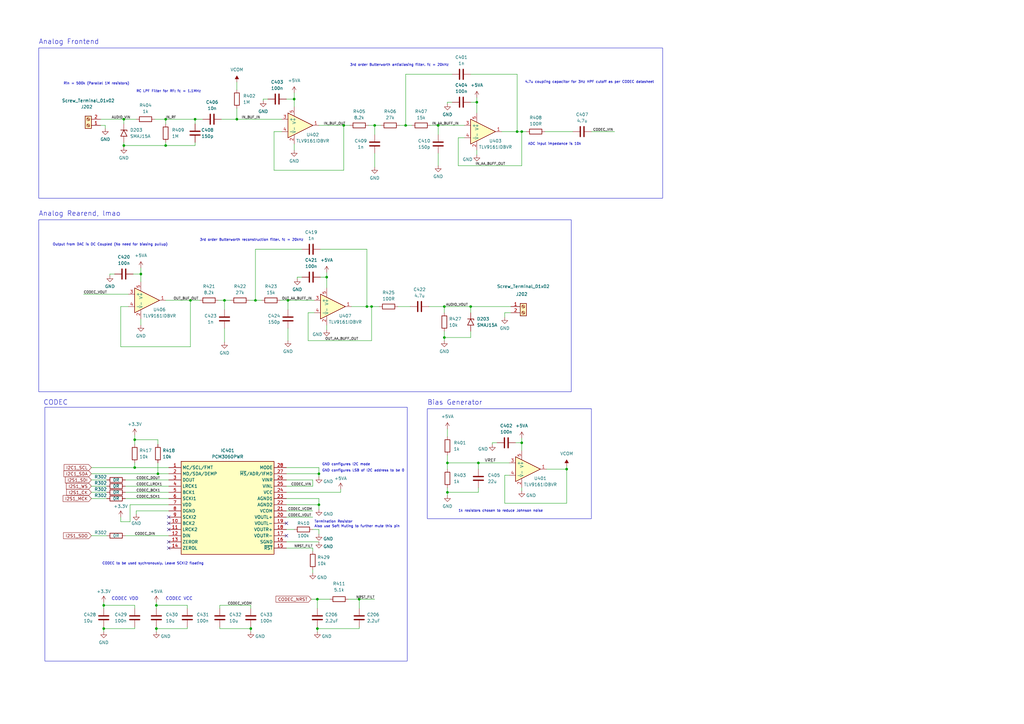
<source format=kicad_sch>
(kicad_sch (version 20230121) (generator eeschema)
  (paper "A3")
  (lib_symbols
    (symbol "Connector:Screw_Terminal_01x02" (pin_names (offset 1.016) hide)
      (property "Reference" "J" (at 0 2.54 0))
      (property "Value" "Screw_Terminal_01x02" (at 0 -5.08 0))
      (symbol "Screw_Terminal_01x02_1_1"
        (pin passive line (at -5.08 0 0) (length 3.81) (name "Pin_1") (number "1"))
        (pin passive line (at -5.08 -2.54 0) (length 3.81) (name "Pin_2") (number "2"))
      )
    )
    (symbol "Device:C" (pin_numbers hide) (pin_names (offset 0.254))
      (property "Reference" "C" (at 0.635 2.54 0))
      (property "Value" "C" (at 0.635 -2.54 0))
      (symbol "C_1_1"
        (pin passive line (at 0 3.81 270) (length 2.794) (name "~") (number "1"))
        (pin passive line (at 0 -3.81 90) (length 2.794) (name "~") (number "2"))
      )
    )
    (symbol "Device:R" (pin_numbers hide) (pin_names (offset 0))
      (property "Reference" "R" (at 2.032 0 90))
      (property "Value" "R" (at 0 0 90))
      (symbol "R_1_1"
        (pin passive line (at 0 3.81 270) (length 1.27) (name "~") (number "1"))
        (pin passive line (at 0 -3.81 90) (length 1.27) (name "~") (number "2"))
      )
    )
    (symbol "Diode:SMAJ15A" (pin_numbers hide) (pin_names (offset 1.016) hide)
      (property "Reference" "D" (at 0 2.54 0))
      (property "Value" "SMAJ15A" (at 0 -2.54 0))
      (symbol "SMAJ15A_1_1"
        (pin passive line (at -3.81 0 0) (length 2.54) (name "A1") (number "1"))
        (pin passive line (at 3.81 0 180) (length 2.54) (name "A2") (number "2"))
      )
    )
    (symbol "PCM3060PWR:PCM3060PWR"
      (property "Reference" "IC" (at 44.45 7.62 0))
      (property "Value" "PCM3060PWR" (at 44.45 5.08 0))
      (symbol "PCM3060PWR_1_1"
        (pin passive line (at 0 0 0) (length 5.08) (name "MC/SCL/FMT") (number "1"))
        (pin passive line (at 0 -22.86 0) (length 5.08) (name "BCK2") (number "10"))
        (pin passive line (at 0 -25.4 0) (length 5.08) (name "LRCK2") (number "11"))
        (pin passive line (at 0 -27.94 0) (length 5.08) (name "DIN") (number "12"))
        (pin passive line (at 0 -30.48 0) (length 5.08) (name "ZEROR") (number "13"))
        (pin passive line (at 0 -33.02 0) (length 5.08) (name "ZEROL") (number "14"))
        (pin passive line (at 48.26 -33.02 180) (length 5.08) (name "~{RST}") (number "15"))
        (pin passive line (at 48.26 -30.48 180) (length 5.08) (name "SGND") (number "16"))
        (pin passive line (at 48.26 -27.94 180) (length 5.08) (name "VOUTR-") (number "17"))
        (pin passive line (at 48.26 -25.4 180) (length 5.08) (name "VOUTR+") (number "18"))
        (pin passive line (at 48.26 -22.86 180) (length 5.08) (name "VOUTL-") (number "19"))
        (pin passive line (at 0 -2.54 0) (length 5.08) (name "MD/SDA/DEMP") (number "2"))
        (pin passive line (at 48.26 -20.32 180) (length 5.08) (name "VOUTL+") (number "20"))
        (pin passive line (at 48.26 -17.78 180) (length 5.08) (name "VCOM") (number "21"))
        (pin passive line (at 48.26 -15.24 180) (length 5.08) (name "AGND2") (number "22"))
        (pin passive line (at 48.26 -12.7 180) (length 5.08) (name "AGND1") (number "23"))
        (pin passive line (at 48.26 -10.16 180) (length 5.08) (name "VCC") (number "24"))
        (pin passive line (at 48.26 -7.62 180) (length 5.08) (name "VINL") (number "25"))
        (pin passive line (at 48.26 -5.08 180) (length 5.08) (name "VINR") (number "26"))
        (pin passive line (at 48.26 -2.54 180) (length 5.08) (name "~{MS}/ADR/IFMD") (number "27"))
        (pin passive line (at 48.26 0 180) (length 5.08) (name "MODE") (number "28"))
        (pin passive line (at 0 -5.08 0) (length 5.08) (name "DOUT") (number "3"))
        (pin passive line (at 0 -7.62 0) (length 5.08) (name "LRCK1") (number "4"))
        (pin passive line (at 0 -10.16 0) (length 5.08) (name "BCK1") (number "5"))
        (pin passive line (at 0 -12.7 0) (length 5.08) (name "SCKI1") (number "6"))
        (pin passive line (at 0 -15.24 0) (length 5.08) (name "VDD") (number "7"))
        (pin passive line (at 0 -17.78 0) (length 5.08) (name "DGND") (number "8"))
        (pin passive line (at 0 -20.32 0) (length 5.08) (name "SCKI2") (number "9"))
      )
    )
    (symbol "TLV9161IDBVR:TLV9161IDBVR"
      (property "Reference" "IC" (at 3.81 7.62 0))
      (property "Value" "TLV9161IDBVR" (at 3.81 5.08 0))
      (symbol "TLV9161IDBVR_1_1"
        (pin output line (at 10.16 0 180) (length 2.54) (name "~") (number "1"))
        (pin power_in line (at 0 -7.62 90) (length 3.81) (name "V-") (number "2"))
        (pin input line (at -5.08 2.54 0) (length 2.54) (name "+") (number "3"))
        (pin input line (at -5.08 -2.54 0) (length 2.54) (name "-") (number "4"))
        (pin power_in line (at 0 7.62 270) (length 3.81) (name "V+") (number "5"))
      )
    )
    (symbol "power:+3.3V" (power) (pin_names (offset 0))
      (property "Value" "+3.3V" (at 0 3.556 0))
      (symbol "+3.3V_1_1"
        (pin power_in line (at 0 0 90) (length 0) hide (name "+3.3V") (number "1"))
      )
    )
    (symbol "power:+5VA" (power) (pin_names (offset 0))
      (property "Value" "+5VA" (at 0 3.556 0))
      (symbol "+5VA_1_1"
        (pin power_in line (at 0 0 90) (length 0) hide (name "+5VA") (number "1"))
      )
    )
    (symbol "power:GND" (power) (pin_names (offset 0))
      (property "Value" "GND" (at 0 -3.81 0))
      (symbol "GND_1_1"
        (pin power_in line (at 0 0 270) (length 0) hide (name "GND") (number "1"))
      )
    )
    (symbol "power:VCOM" (power) (pin_names (offset 0))
      (property "Value" "VCOM" (at 0 3.81 0))
      (symbol "VCOM_1_1"
        (pin power_in line (at 0 0 90) (length 0) hide (name "VCOM") (number "1"))
      )
    )
  )
  (junction (at 50.8 59.69))
  (junction (at 104.775 123.19))
  (junction (at 133.985 113.665))
  (junction (at 64.77 194.31))
  (junction (at 67.945 48.895))
  (junction (at 55.245 180.34))
  (junction (at 212.09 53.975))
  (junction (at 195.58 41.91))
  (junction (at 55.245 191.77))
  (junction (at 213.995 53.975))
  (junction (at 183.515 189.865))
  (junction (at 213.995 181.61))
  (junction (at 50.8 48.895))
  (junction (at 166.37 51.435))
  (junction (at 80.01 48.895))
  (junction (at 42.545 257.81))
  (junction (at 97.155 48.895))
  (junction (at 102.87 257.81))
  (junction (at 182.245 138.43))
  (junction (at 130.81 194.31))
  (junction (at 78.105 123.19))
  (junction (at 64.135 248.285))
  (junction (at 196.215 189.865))
  (junction (at 118.11 123.19))
  (junction (at 64.135 257.81))
  (junction (at 193.04 125.73))
  (junction (at 130.175 245.745))
  (junction (at 140.97 51.435))
  (junction (at 150.495 125.73))
  (junction (at 57.785 112.395))
  (junction (at 152.4 125.73))
  (junction (at 92.075 123.19))
  (junction (at 182.245 125.73))
  (junction (at 130.81 207.01))
  (junction (at 232.41 192.405))
  (junction (at 153.67 51.435))
  (junction (at 183.515 201.93))
  (junction (at 42.545 248.285))
  (junction (at 130.175 257.81))
  (junction (at 147.32 245.745))
  (junction (at 120.65 40.64))
  (junction (at 67.945 59.69))
  (junction (at 179.705 51.435))
  (no_connect (at 69.215 224.79))
  (no_connect (at 117.475 219.71))
  (no_connect (at 69.215 212.09))
  (no_connect (at 69.215 214.63))
  (no_connect (at 117.475 214.63))
  (no_connect (at 69.215 217.17))
  (no_connect (at 69.215 222.25))
  (wire (pts (xy 153.67 51.435) (xy 156.21 51.435)))
  (wire (pts (xy 104.775 123.19) (xy 107.315 123.19)))
  (wire (pts (xy 92.075 123.19) (xy 92.075 127)))
  (wire (pts (xy 128.27 224.79) (xy 128.27 226.06)))
  (wire (pts (xy 64.77 189.865) (xy 64.77 194.31)))
  (wire (pts (xy 50.8 59.69) (xy 67.945 59.69)))
  (wire (pts (xy 187.96 67.945) (xy 187.96 56.515)))
  (wire (pts (xy 193.04 135.89) (xy 193.04 138.43)))
  (wire (pts (xy 207.01 206.375) (xy 232.41 206.375)))
  (wire (pts (xy 51.435 199.39) (xy 69.215 199.39)))
  (wire (pts (xy 128.27 233.68) (xy 128.27 234.95)))
  (wire (pts (xy 182.245 135.89) (xy 182.245 138.43)))
  (wire (pts (xy 89.535 123.19) (xy 92.075 123.19)))
  (wire (pts (xy 118.11 123.19) (xy 118.11 127)))
  (wire (pts (xy 50.8 48.895) (xy 55.88 48.895)))
  (wire (pts (xy 195.58 40.005) (xy 195.58 41.91)))
  (wire (pts (xy 130.175 249.555) (xy 130.175 245.745)))
  (wire (pts (xy 55.245 191.77) (xy 69.215 191.77)))
  (wire (pts (xy 64.77 180.34) (xy 55.245 180.34)))
  (wire (pts (xy 126.365 139.7) (xy 126.365 128.27)))
  (wire (pts (xy 45.085 112.395) (xy 46.99 112.395)))
  (wire (pts (xy 163.83 51.435) (xy 166.37 51.435)))
  (wire (pts (xy 147.32 257.81) (xy 147.32 257.175)))
  (wire (pts (xy 90.17 248.285) (xy 102.87 248.285)))
  (wire (pts (xy 55.245 178.435) (xy 55.245 180.34)))
  (wire (pts (xy 55.245 248.285) (xy 42.545 248.285)))
  (wire (pts (xy 130.81 207.01) (xy 130.81 208.915)))
  (wire (pts (xy 57.785 130.81) (xy 57.785 133.35)))
  (wire (pts (xy 97.155 48.895) (xy 97.155 44.45)))
  (wire (pts (xy 130.175 257.81) (xy 130.175 259.08)))
  (wire (pts (xy 104.775 102.235) (xy 104.775 123.19)))
  (wire (pts (xy 133.985 113.665) (xy 133.985 118.11)))
  (wire (pts (xy 92.075 134.62) (xy 92.075 140.335)))
  (wire (pts (xy 41.275 48.895) (xy 50.8 48.895)))
  (wire (pts (xy 42.545 257.175) (xy 42.545 257.81)))
  (wire (pts (xy 130.81 191.77) (xy 130.81 194.31)))
  (wire (pts (xy 78.105 123.19) (xy 81.915 123.19)))
  (wire (pts (xy 49.53 142.24) (xy 49.53 125.73)))
  (wire (pts (xy 183.515 189.865) (xy 183.515 192.405)))
  (wire (pts (xy 183.515 200.025) (xy 183.515 201.93)))
  (wire (pts (xy 127.635 245.745) (xy 130.175 245.745)))
  (wire (pts (xy 195.58 41.91) (xy 195.58 46.355)))
  (wire (pts (xy 69.215 209.55) (xy 55.88 209.55)))
  (wire (pts (xy 207.01 130.175) (xy 207.01 128.27)))
  (wire (pts (xy 80.01 48.895) (xy 80.01 50.8)))
  (wire (pts (xy 102.235 123.19) (xy 104.775 123.19)))
  (wire (pts (xy 49.53 213.995) (xy 49.53 212.09)))
  (wire (pts (xy 78.105 142.24) (xy 49.53 142.24)))
  (wire (pts (xy 51.435 196.85) (xy 69.215 196.85)))
  (wire (pts (xy 120.65 40.64) (xy 120.65 43.815)))
  (wire (pts (xy 51.435 201.93) (xy 69.215 201.93)))
  (wire (pts (xy 55.245 257.175) (xy 55.245 257.81)))
  (wire (pts (xy 51.435 219.71) (xy 69.215 219.71)))
  (wire (pts (xy 130.81 207.01) (xy 117.475 207.01)))
  (wire (pts (xy 107.95 40.64) (xy 109.855 40.64)))
  (wire (pts (xy 196.215 189.865) (xy 208.915 189.865)))
  (wire (pts (xy 51.435 204.47) (xy 69.215 204.47)))
  (wire (pts (xy 102.87 257.81) (xy 102.87 259.08)))
  (wire (pts (xy 153.67 62.865) (xy 153.67 68.58)))
  (wire (pts (xy 117.475 196.85) (xy 128.27 196.85)))
  (wire (pts (xy 50.8 58.42) (xy 50.8 59.69)))
  (wire (pts (xy 183.515 175.895) (xy 183.515 179.07)))
  (wire (pts (xy 207.01 128.27) (xy 209.55 128.27)))
  (wire (pts (xy 80.01 48.895) (xy 83.185 48.895)))
  (wire (pts (xy 193.04 125.73) (xy 209.55 125.73)))
  (wire (pts (xy 130.175 257.175) (xy 130.175 257.81)))
  (wire (pts (xy 54.61 112.395) (xy 57.785 112.395)))
  (wire (pts (xy 179.705 62.865) (xy 179.705 67.945)))
  (wire (pts (xy 133.985 111.76) (xy 133.985 113.665)))
  (wire (pts (xy 130.81 51.435) (xy 140.97 51.435)))
  (wire (pts (xy 64.77 182.245) (xy 64.77 180.34)))
  (wire (pts (xy 152.4 139.7) (xy 126.365 139.7)))
  (wire (pts (xy 114.935 123.19) (xy 118.11 123.19)))
  (wire (pts (xy 213.995 53.975) (xy 212.09 53.975)))
  (wire (pts (xy 63.5 48.895) (xy 67.945 48.895)))
  (wire (pts (xy 55.88 209.55) (xy 55.88 210.82)))
  (wire (pts (xy 232.41 191.135) (xy 232.41 192.405)))
  (wire (pts (xy 64.135 257.175) (xy 64.135 257.81)))
  (wire (pts (xy 187.96 56.515) (xy 190.5 56.515)))
  (wire (pts (xy 117.475 204.47) (xy 130.81 204.47)))
  (wire (pts (xy 67.945 59.69) (xy 67.945 58.42)))
  (wire (pts (xy 196.215 201.93) (xy 183.515 201.93)))
  (wire (pts (xy 41.275 51.435) (xy 43.18 51.435)))
  (wire (pts (xy 223.52 53.975) (xy 234.95 53.975)))
  (wire (pts (xy 213.995 53.975) (xy 215.9 53.975)))
  (wire (pts (xy 64.77 194.31) (xy 69.215 194.31)))
  (wire (pts (xy 64.135 257.81) (xy 64.135 259.08)))
  (wire (pts (xy 128.27 217.17) (xy 130.81 217.17)))
  (wire (pts (xy 121.92 114.3) (xy 121.92 113.665)))
  (wire (pts (xy 151.13 51.435) (xy 153.67 51.435)))
  (wire (pts (xy 176.53 51.435) (xy 179.705 51.435)))
  (wire (pts (xy 50.8 48.895) (xy 50.8 50.8)))
  (wire (pts (xy 80.01 59.69) (xy 67.945 59.69)))
  (wire (pts (xy 118.11 134.62) (xy 118.11 139.7)))
  (wire (pts (xy 90.17 249.555) (xy 90.17 248.285)))
  (wire (pts (xy 107.95 41.275) (xy 107.95 40.64)))
  (wire (pts (xy 117.475 40.64) (xy 120.65 40.64)))
  (wire (pts (xy 37.465 194.31) (xy 64.77 194.31)))
  (wire (pts (xy 90.17 257.175) (xy 90.17 257.81)))
  (wire (pts (xy 55.245 189.865) (xy 55.245 191.77)))
  (wire (pts (xy 90.805 48.895) (xy 97.155 48.895)))
  (wire (pts (xy 90.17 257.81) (xy 102.87 257.81)))
  (wire (pts (xy 55.245 257.81) (xy 42.545 257.81)))
  (wire (pts (xy 147.32 245.745) (xy 153.67 245.745)))
  (wire (pts (xy 213.995 179.705) (xy 213.995 181.61)))
  (wire (pts (xy 64.135 257.81) (xy 76.835 257.81)))
  (wire (pts (xy 150.495 125.73) (xy 150.495 102.235)))
  (wire (pts (xy 212.09 53.975) (xy 212.09 30.48)))
  (wire (pts (xy 213.995 53.975) (xy 213.995 67.945)))
  (wire (pts (xy 211.455 181.61) (xy 213.995 181.61)))
  (wire (pts (xy 64.135 248.285) (xy 64.135 247.015)))
  (wire (pts (xy 53.34 213.995) (xy 49.53 213.995)))
  (wire (pts (xy 182.245 125.73) (xy 193.04 125.73)))
  (wire (pts (xy 117.475 217.17) (xy 120.65 217.17)))
  (wire (pts (xy 37.465 199.39) (xy 43.815 199.39)))
  (wire (pts (xy 92.075 123.19) (xy 94.615 123.19)))
  (wire (pts (xy 150.495 102.235) (xy 131.445 102.235)))
  (wire (pts (xy 140.97 51.435) (xy 143.51 51.435)))
  (wire (pts (xy 166.37 30.48) (xy 166.37 51.435)))
  (wire (pts (xy 117.475 191.77) (xy 130.81 191.77)))
  (wire (pts (xy 57.785 109.855) (xy 57.785 112.395)))
  (wire (pts (xy 224.155 192.405) (xy 232.41 192.405)))
  (wire (pts (xy 102.87 248.285) (xy 102.87 249.555)))
  (wire (pts (xy 182.245 125.73) (xy 182.245 128.27)))
  (wire (pts (xy 53.34 207.01) (xy 53.34 213.995)))
  (wire (pts (xy 45.085 113.03) (xy 45.085 112.395)))
  (wire (pts (xy 130.175 257.81) (xy 147.32 257.81)))
  (wire (pts (xy 212.09 30.48) (xy 193.04 30.48)))
  (wire (pts (xy 55.245 248.285) (xy 55.245 249.555)))
  (wire (pts (xy 64.135 248.285) (xy 76.835 248.285)))
  (wire (pts (xy 144.145 125.73) (xy 150.495 125.73)))
  (wire (pts (xy 152.4 125.73) (xy 150.495 125.73)))
  (wire (pts (xy 53.34 207.01) (xy 69.215 207.01)))
  (wire (pts (xy 117.475 224.79) (xy 128.27 224.79)))
  (wire (pts (xy 213.995 181.61) (xy 213.995 184.785)))
  (wire (pts (xy 207.01 194.945) (xy 207.01 206.375)))
  (wire (pts (xy 139.7 200.66) (xy 139.7 201.93)))
  (wire (pts (xy 140.97 51.435) (xy 140.97 69.85)))
  (wire (pts (xy 37.465 219.71) (xy 43.815 219.71)))
  (wire (pts (xy 182.245 138.43) (xy 182.245 139.7)))
  (wire (pts (xy 102.87 257.175) (xy 102.87 257.81)))
  (wire (pts (xy 76.835 257.175) (xy 76.835 257.81)))
  (wire (pts (xy 179.705 51.435) (xy 190.5 51.435)))
  (wire (pts (xy 49.53 125.73) (xy 52.705 125.73)))
  (wire (pts (xy 208.915 194.945) (xy 207.01 194.945)))
  (wire (pts (xy 42.545 257.81) (xy 42.545 259.08)))
  (wire (pts (xy 117.475 209.55) (xy 128.27 209.55)))
  (wire (pts (xy 57.785 112.395) (xy 57.785 115.57)))
  (wire (pts (xy 37.465 201.93) (xy 43.815 201.93)))
  (wire (pts (xy 205.74 53.975) (xy 212.09 53.975)))
  (wire (pts (xy 183.515 189.865) (xy 196.215 189.865)))
  (wire (pts (xy 131.445 113.665) (xy 133.985 113.665)))
  (wire (pts (xy 196.215 200.025) (xy 196.215 201.93)))
  (wire (pts (xy 97.155 48.895) (xy 115.57 48.895)))
  (wire (pts (xy 80.01 58.42) (xy 80.01 59.69)))
  (wire (pts (xy 117.475 199.39) (xy 128.27 199.39)))
  (wire (pts (xy 43.18 51.435) (xy 43.18 52.705)))
  (wire (pts (xy 153.67 51.435) (xy 153.67 55.245)))
  (wire (pts (xy 120.65 59.055) (xy 120.65 61.595)))
  (wire (pts (xy 193.04 41.91) (xy 195.58 41.91)))
  (wire (pts (xy 183.515 42.545) (xy 183.515 41.91)))
  (wire (pts (xy 213.995 67.945) (xy 187.96 67.945)))
  (wire (pts (xy 37.465 204.47) (xy 43.815 204.47)))
  (wire (pts (xy 183.515 186.69) (xy 183.515 189.865)))
  (wire (pts (xy 118.11 123.19) (xy 128.905 123.19)))
  (wire (pts (xy 185.42 30.48) (xy 166.37 30.48)))
  (wire (pts (xy 196.215 189.865) (xy 196.215 192.405)))
  (wire (pts (xy 37.465 196.85) (xy 43.815 196.85)))
  (wire (pts (xy 78.105 123.19) (xy 78.105 142.24)))
  (wire (pts (xy 50.8 59.69) (xy 50.8 60.325)))
  (wire (pts (xy 201.93 181.61) (xy 201.93 182.245)))
  (wire (pts (xy 163.195 125.73) (xy 168.275 125.73)))
  (wire (pts (xy 126.365 128.27) (xy 128.905 128.27)))
  (wire (pts (xy 78.105 123.19) (xy 67.945 123.19)))
  (wire (pts (xy 193.04 138.43) (xy 182.245 138.43)))
  (wire (pts (xy 37.465 191.77) (xy 55.245 191.77)))
  (wire (pts (xy 120.65 38.1) (xy 120.65 40.64)))
  (wire (pts (xy 242.57 53.975) (xy 252.095 53.975)))
  (wire (pts (xy 34.29 120.65) (xy 52.705 120.65)))
  (wire (pts (xy 147.32 245.745) (xy 147.32 249.555)))
  (wire (pts (xy 193.04 125.73) (xy 193.04 128.27)))
  (wire (pts (xy 152.4 125.73) (xy 152.4 139.7)))
  (wire (pts (xy 140.97 69.85) (xy 112.395 69.85)))
  (wire (pts (xy 117.475 222.25) (xy 130.81 222.25)))
  (wire (pts (xy 152.4 125.73) (xy 155.575 125.73)))
  (wire (pts (xy 195.58 61.595) (xy 195.58 63.5)))
  (wire (pts (xy 112.395 69.85) (xy 112.395 53.975)))
  (wire (pts (xy 64.135 248.285) (xy 64.135 249.555)))
  (wire (pts (xy 179.705 51.435) (xy 179.705 55.245)))
  (wire (pts (xy 117.475 212.09) (xy 128.27 212.09)))
  (wire (pts (xy 130.175 245.745) (xy 135.255 245.745)))
  (wire (pts (xy 142.875 245.745) (xy 147.32 245.745)))
  (wire (pts (xy 55.245 180.34) (xy 55.245 182.245)))
  (wire (pts (xy 42.545 248.285) (xy 42.545 249.555)))
  (wire (pts (xy 76.835 248.285) (xy 76.835 249.555)))
  (wire (pts (xy 128.27 196.85) (xy 128.27 199.39)))
  (wire (pts (xy 213.995 200.025) (xy 213.995 201.295)))
  (wire (pts (xy 175.895 125.73) (xy 182.245 125.73)))
  (wire (pts (xy 232.41 206.375) (xy 232.41 192.405)))
  (wire (pts (xy 183.515 41.91) (xy 185.42 41.91)))
  (wire (pts (xy 67.945 48.895) (xy 80.01 48.895)))
  (wire (pts (xy 133.985 133.35) (xy 133.985 135.255)))
  (wire (pts (xy 130.81 194.31) (xy 130.81 195.58)))
  (wire (pts (xy 166.37 51.435) (xy 168.91 51.435)))
  (wire (pts (xy 117.475 194.31) (xy 130.81 194.31)))
  (wire (pts (xy 183.515 201.93) (xy 183.515 203.2)))
  (wire (pts (xy 201.93 181.61) (xy 203.835 181.61)))
  (wire (pts (xy 42.545 247.015) (xy 42.545 248.285)))
  (wire (pts (xy 112.395 53.975) (xy 115.57 53.975)))
  (wire (pts (xy 130.81 217.17) (xy 130.81 219.075)))
  (wire (pts (xy 67.945 48.895) (xy 67.945 50.8)))
  (wire (pts (xy 123.825 102.235) (xy 104.775 102.235)))
  (wire (pts (xy 121.92 113.665) (xy 123.825 113.665)))
  (wire (pts (xy 97.155 33.655) (xy 97.155 36.83)))
  (wire (pts (xy 130.81 204.47) (xy 130.81 207.01)))
  (wire (pts (xy 117.475 201.93) (xy 139.7 201.93)))
  (rectangle (start 15.875 90.17) (end 234.315 160.655))
  (rectangle (start 18.415 167.005) (end 167.005 271.145))
  (rectangle (start 175.26 167.64) (end 242.57 212.725))
  (rectangle (start 15.875 19.685) (end 271.78 81.28))
  (text "ADC input impedance is 10k" (at 216.535 59.69 0) (effects (font (size 1 1)) (justify left bottom)))
  (text "Output from DAC is DC Coupled (No need for biasing pullup)" (at 21.59 100.965 0) (effects (font (size 1 1)) (justify left bottom)))
  (text "CODEC VCC" (at 67.945 246.38 0) (effects (font (size 1.27 1.27)) (justify left bottom)))
  (text "Bias Generator" (at 175.26 166.37 0) (effects (font (size 2 2)) (justify left bottom)))
  (text "Rin = 500k (Parallel 1M resistors)" (at 26.035 34.925 0) (effects (font (size 1 1)) (justify left bottom)))
  (text "Also use Soft Muting to further mute this pin" (at 128.905 216.535 0) (effects (font (size 1 1)) (justify left bottom)))
  (text "CODEC" (at 17.78 166.37 0) (effects (font (size 2 2)) (justify left bottom)))
  (text "RC LPF Filter for RF: fc = 1.1MHz " (at 55.88 38.1 0) (effects (font (size 1 1)) (justify left bottom)))
  (text "3rd order Butterworth reconstruction filter. fc = 20kHz " (at 81.915 99.06 0) (effects (font (size 1 1)) (justify left bottom)))
  (text "CODEC VDD" (at 45.72 246.38 0) (effects (font (size 1.27 1.27)) (justify left bottom)))
  (text "Analog Rearend, lmao" (at 15.875 88.9 0) (effects (font (size 2 2)) (justify left bottom)))
  (text "Termination Resistor" (at 128.905 214.63 0) (effects (font (size 1 1)) (justify left bottom)))
  (text "1k resistors chosen to reduce Johnson noise" (at 187.96 210.185 0) (effects (font (size 1 1)) (justify left bottom)))
  (text "GND configures I2C mode" (at 132.08 191.135 0) (effects (font (size 1 1)) (justify left bottom)))
  (text "4.7u coupling capacitor for 3Hz HPF cutoff as per CODEC datasheet" (at 215.265 34.29 0) (effects (font (size 1 1)) (justify left bottom)))
  (text "GND configures LSB of I2C address to be 0" (at 132.08 193.675 0) (effects (font (size 1 1)) (justify left bottom)))
  (text "3rd order Butterworth antialiasing filter. fc = 20kHz " (at 143.51 27.305 0) (effects (font (size 1 1)) (justify left bottom)))
  (text "CODEC to be used sychronously. Leave SCKI2 floating" (at 41.91 231.775 0) (effects (font (size 1 1)) (justify left bottom)))
  (text "Analog Frontend" (at 15.875 18.415 0) (effects (font (size 2 2)) (justify left bottom)))
  (label "IN_BUF_OUT" (at 132.715 51.435 0) (effects (font (size 1 1))))
  (label "AUDIO_VIN" (at 45.72 48.895 0) (effects (font (size 1 1))))
  (label "OUT_BUF_OUT" (at 71.12 123.19 0) (effects (font (size 1 1))))
  (label "IN_BUF_IN" (at 99.06 48.895 0) (effects (font (size 1 1))))
  (label "CODEC_SCK1" (at 55.88 204.47 0) (effects (font (size 1 1))))
  (label "CODEC_VCOM" (at 118.11 209.55 0) (effects (font (size 1 1))))
  (label "CODEC_VIN" (at 243.205 53.975 0) (effects (font (size 1 1))))
  (label "NRST_FILT" (at 146.05 245.745 0) (effects (font (size 1 1))))
  (label "NRST_FILT" (at 120.65 224.79 0) (effects (font (size 1 1))))
  (label "AUDIO_VOUT" (at 182.88 125.73 0) (effects (font (size 1 1))))
  (label "CODEC_DOUT" (at 55.88 196.85 0) (effects (font (size 1 1))))
  (label "CODEC_VCOM" (at 93.345 248.285 0) (effects (font (size 1 1))))
  (label "IN_AA_BUFF_IN" (at 177.165 51.435 0) (effects (font (size 1 1))))
  (label "CODEC_BCK1" (at 55.88 201.93 0) (effects (font (size 1 1))))
  (label "CODEC_VIN" (at 119.38 199.39 0) (effects (font (size 1 1))))
  (label "CODEC_VOUT" (at 118.11 212.09 0) (effects (font (size 1 1))))
  (label "CODEC_VOUT" (at 34.29 120.65 0) (effects (font (size 1 1))))
  (label "CODEC_DIN" (at 55.245 219.71 0) (effects (font (size 1 1))))
  (label "IN_RF" (at 67.945 48.895 0) (effects (font (size 1 1))))
  (label "OUT_AA_BUFF_OUT" (at 133.35 139.7 0) (effects (font (size 1 1))))
  (label "IN_AA_BUFF_OUT" (at 194.945 67.945 0) (effects (font (size 1 1))))
  (label "OUT_AA_BUFF_IN" (at 115.57 123.19 0) (effects (font (size 1 1))))
  (label "CODEC_LRCK1" (at 55.88 199.39 0) (effects (font (size 1 1))))
  (label "VREF" (at 198.755 189.865 0))
  (global_label "I2S1_WS" (shape input) (at 37.465 199.39 180) (property "Intersheetrefs" "${INTERSHEET_REFS}" (effects hide)))
  (global_label "I2S1_SDI" (shape input) (at 37.465 196.85 180) (property "Intersheetrefs" "${INTERSHEET_REFS}" (effects hide)))
  (global_label "I2S1_SDO" (shape input) (at 37.465 219.71 180) (property "Intersheetrefs" "${INTERSHEET_REFS}" (effects hide)))
  (global_label "I2C1_SDA" (shape input) (at 37.465 194.31 180) (property "Intersheetrefs" "${INTERSHEET_REFS}" (effects hide)))
  (global_label "I2C1_SCL" (shape input) (at 37.465 191.77 180) (property "Intersheetrefs" "${INTERSHEET_REFS}" (effects hide)))
  (global_label "I2S1_CK" (shape input) (at 37.465 201.93 180) (property "Intersheetrefs" "${INTERSHEET_REFS}" (effects hide)))
  (global_label "CODEC_NRST" (shape input) (at 127.635 245.745 180) (property "Intersheetrefs" "${INTERSHEET_REFS}" (effects hide)))
  (global_label "I2S1_MCK" (shape input) (at 37.465 204.47 180) (property "Intersheetrefs" "${INTERSHEET_REFS}" (effects hide)))
  (symbol (lib_id "Device:R") (at 219.71 53.975 90) (unit 1)
    (property "Reference" "R408" (at 219.71 48.26 90))
    (property "Value" "100R" (at 219.71 50.8 90))
    (property "Footprint" "Resistor_SMD:R_0402_1005Metric" (effects hide))
    (property "JLCPCB Part #" "C279985" (effects hide))
  )
  (symbol (lib_id "power:GND") (at 120.65 61.595 0) (unit 1)
    (property "Reference" "#PWR0414" (effects hide))
    (property "Value" "GND" (at 120.65 66.04 0))
  )
  (symbol (lib_id "power:GND") (at 121.92 114.3 0) (unit 1)
    (property "Reference" "#PWR0432" (effects hide))
    (property "Value" "GND" (at 121.92 118.745 0))
  )
  (symbol (lib_id "Device:R") (at 172.72 51.435 90) (unit 1)
    (property "Reference" "R407" (at 172.72 45.72 90))
    (property "Value" "15k" (at 172.72 48.26 90))
    (property "Footprint" "Resistor_SMD:R_0603_1608Metric" (effects hide))
    (property "JLCPCB Part #" "C136588" (effects hide))
  )
  (symbol (lib_id "power:+5VA") (at 195.58 40.005 0) (unit 1)
    (property "Reference" "#PWR0203" (effects hide))
    (property "Value" "+5VA" (at 195.58 34.925 0))
    (instances (project "GuitarFX" (path "" (reference "#PWR0203") (unit 1)) (path "" (reference "#PWR0406") (unit 1))))
  )
  (symbol (lib_id "power:+3.3V") (at 42.545 247.015 0) (unit 1)
    (property "Reference" "#PWR05" (effects hide))
    (property "Value" "+3.3V" (at 42.545 242.57 0))
    (instances (project "GuitarFX" (path "" (reference "#PWR05") (unit 1)) (path "" (reference "#PWR0447") (unit 1))))
  )
  (symbol (lib_id "power:GND") (at 195.58 63.5 0) (unit 1)
    (property "Reference" "#PWR0415" (effects hide))
    (property "Value" "GND" (at 191.77 65.405 0))
  )
  (symbol (lib_id "Device:R") (at 47.625 196.85 90) (unit 1)
    (property "Reference" "R302" (at 41.275 195.58 90))
    (property "Value" "0R" (at 47.625 196.85 90))
    (property "Footprint" "Resistor_SMD:R_0603_1608Metric" (effects hide))
    (instances (project "GuitarFX" (path "" (reference "R302") (unit 1)) (path "" (reference "R419") (unit 1))))
  )
  (symbol (lib_id "power:GND") (at 133.985 135.255 0) (unit 1)
    (property "Reference" "#PWR0437" (effects hide))
    (property "Value" "GND" (at 130.175 137.16 0))
  )
  (symbol (lib_id "power:GND") (at 183.515 42.545 0) (unit 1)
    (property "Reference" "#PWR0408" (effects hide))
    (property "Value" "GND" (at 183.515 46.99 0))
  )
  (symbol (lib_id "Device:C") (at 92.075 130.81 0) (unit 1)
    (property "Reference" "C423" (at 86.36 129.54 0))
    (property "Value" "1n" (at 86.36 132.08 0))
    (property "Footprint" "Capacitor_SMD:C_0402_1005Metric" (effects hide))
    (property "JLCPCB Part #" "C106205" (effects hide))
  )
  (symbol (lib_id "Device:R") (at 47.625 201.93 90) (unit 1)
    (property "Reference" "R302" (at 41.275 200.66 90))
    (property "Value" "0R" (at 47.625 201.93 90))
    (property "Footprint" "Resistor_SMD:R_0603_1608Metric" (effects hide))
    (instances (project "GuitarFX" (path "" (reference "R302") (unit 1)) (path "" (reference "R424") (unit 1))))
  )
  (symbol (lib_id "power:+3.3V") (at 55.245 178.435 0) (unit 1)
    (property "Reference" "#PWR05" (effects hide))
    (property "Value" "+3.3V" (at 55.245 173.99 0))
    (instances (project "GuitarFX" (path "" (reference "#PWR05") (unit 1)) (path "" (reference "#PWR0428") (unit 1))))
  )
  (symbol (lib_id "power:GND") (at 130.175 259.08 0) (unit 1)
    (property "Reference" "#PWR0420" (effects hide))
    (property "Value" "GND" (at 133.985 260.985 0))
  )
  (symbol (lib_id "Device:R") (at 55.245 186.055 0) (unit 1)
    (property "Reference" "R417" (at 57.15 184.785 0) (effects (justify left)))
    (property "Value" "10k" (at 57.15 187.325 0) (effects (justify left)))
    (property "Footprint" "Resistor_SMD:R_0603_1608Metric" (effects hide))
    (property "JLCPCB Part #" "C103210" (effects hide))
  )
  (symbol (lib_id "Device:C") (at 179.705 59.055 0) (unit 1)
    (property "Reference" "C410" (at 173.99 57.785 0))
    (property "Value" "150p" (at 173.99 60.325 0))
    (property "Footprint" "Capacitor_SMD:C_0603_1608Metric" (effects hide))
    (property "JLCPCB Part #" "C126577" (effects hide))
  )
  (symbol (lib_id "power:GND") (at 207.01 130.175 0) (unit 1)
    (property "Reference" "#PWR0419" (effects hide))
    (property "Value" "GND" (at 207.01 134.62 0))
  )
  (symbol (lib_id "TLV9161IDBVR:TLV9161IDBVR") (at 195.58 53.975 0) (unit 1)
    (property "Reference" "U403" (at 203.2 57.785 0))
    (property "Value" "TLV9161IDBVR" (at 203.2 60.325 0))
    (property "Footprint" "TLV9161IDBVR:SOT95P280X145-5N" (effects hide))
    (property "Datasheet" "https://www.ti.com/lit/ds/symlink/tlv9161.pdf?HQS=dis-mous-null-mousermode-dsf-pf-null-wwe&ts=1675947383550&ref_url=https%253A%252F%252Fwww.mouser.de%252F" (effects hide))
    (property "Height" "1.45" (effects hide))
    (property "Manufacturer_Name" "Texas Instruments" (effects hide))
    (property "Manufacturer_Part_Number" "TLV9161IDBVR" (effects hide))
    (property "Mouser Part Number" "595-TLV9161IDBVR" (effects hide))
    (property "Mouser Price/Stock" "https://www.mouser.co.uk/ProductDetail/Texas-Instruments/TLV9161IDBVR?qs=Rp5uXu7WBW%2FkWJAGvxG3xQ%3D%3D" (effects hide))
    (property "Arrow Part Number" "TLV9161IDBVR" (effects hide))
    (property "Arrow Price/Stock" "https://www.arrow.com/en/products/tlv9161idbvr/texas-instruments?region=nac" (effects hide))
    (property "JLCPCB Part #" "C4368955" (effects hide))
  )
  (symbol (lib_id "power:+5VA") (at 133.985 111.76 0) (unit 1)
    (property "Reference" "#PWR0203" (effects hide))
    (property "Value" "+5VA" (at 133.985 106.68 0))
    (instances (project "GuitarFX" (path "" (reference "#PWR0203") (unit 1)) (path "" (reference "#PWR0430") (unit 1))))
  )
  (symbol (lib_id "power:GND") (at 130.81 222.25 0) (unit 1)
    (property "Reference" "#PWR0441" (effects hide))
    (property "Value" "GND" (at 134.62 224.155 0))
  )
  (symbol (lib_id "power:VCOM") (at 97.155 33.655 0) (unit 1)
    (property "Reference" "#PWR0403" (effects hide))
    (property "Value" "VCOM" (at 97.155 28.575 0))
  )
  (symbol (lib_id "power:GND") (at 201.93 182.245 0) (unit 1)
    (property "Reference" "#PWR0404" (effects hide))
    (property "Value" "GND" (at 198.12 184.15 0))
  )
  (symbol (lib_id "TLV9161IDBVR:TLV9161IDBVR") (at 213.995 192.405 0) (unit 1)
    (property "Reference" "U401" (at 221.615 196.215 0))
    (property "Value" "TLV9161IDBVR" (at 221.615 198.755 0))
    (property "Footprint" "TLV9161IDBVR:SOT95P280X145-5N" (effects hide))
    (property "Datasheet" "https://www.ti.com/lit/ds/symlink/tlv9161.pdf?HQS=dis-mous-null-mousermode-dsf-pf-null-wwe&ts=1675947383550&ref_url=https%253A%252F%252Fwww.mouser.de%252F" (effects hide))
    (property "Height" "1.45" (effects hide))
    (property "Manufacturer_Name" "Texas Instruments" (effects hide))
    (property "Manufacturer_Part_Number" "TLV9161IDBVR" (effects hide))
    (property "Mouser Part Number" "595-TLV9161IDBVR" (effects hide))
    (property "Mouser Price/Stock" "https://www.mouser.co.uk/ProductDetail/Texas-Instruments/TLV9161IDBVR?qs=Rp5uXu7WBW%2FkWJAGvxG3xQ%3D%3D" (effects hide))
    (property "Arrow Part Number" "TLV9161IDBVR" (effects hide))
    (property "Arrow Price/Stock" "https://www.arrow.com/en/products/tlv9161idbvr/texas-instruments?region=nac" (effects hide))
    (property "JLCPCB Part #" "C4368955" (effects hide))
  )
  (symbol (lib_id "Device:R") (at 64.77 186.055 0) (unit 1)
    (property "Reference" "R418" (at 66.675 184.785 0) (effects (justify left)))
    (property "Value" "10k" (at 66.675 187.325 0) (effects (justify left)))
    (property "Footprint" "Resistor_SMD:R_0603_1608Metric" (effects hide))
    (property "JLCPCB Part #" "C103210" (effects hide))
  )
  (symbol (lib_id "power:+3.3V") (at 49.53 212.09 0) (unit 1)
    (property "Reference" "#PWR05" (effects hide))
    (property "Value" "+3.3V" (at 49.53 207.645 0))
    (instances (project "GuitarFX" (path "" (reference "#PWR05") (unit 1)) (path "" (reference "#PWR0457") (unit 1))))
  )
  (symbol (lib_id "power:+5VA") (at 120.65 38.1 0) (unit 1)
    (property "Reference" "#PWR0203" (effects hide))
    (property "Value" "+5VA" (at 120.65 33.02 0))
    (instances (project "GuitarFX" (path "" (reference "#PWR0203") (unit 1)) (path "" (reference "#PWR0405") (unit 1))))
  )
  (symbol (lib_id "power:+5VA") (at 57.785 109.855 0) (unit 1)
    (property "Reference" "#PWR0203" (effects hide))
    (property "Value" "+5VA" (at 57.785 104.775 0))
    (instances (project "GuitarFX" (path "" (reference "#PWR0203") (unit 1)) (path "" (reference "#PWR0429") (unit 1))))
  )
  (symbol (lib_id "Diode:SMAJ15A") (at 50.8 54.61 270) (unit 1)
    (property "Reference" "D203" (at 53.34 53.34 90) (effects (justify left)))
    (property "Value" "SMAJ15A" (at 53.34 55.88 90) (effects (justify left)))
    (property "Footprint" "Diode_SMD:D_SMA" (effects hide))
    (property "Datasheet" "https://www.littelfuse.com/media?resourcetype=datasheets&itemid=75e32973-b177-4ee3-a0ff-cedaf1abdb93&filename=smaj-datasheet" (effects hide))
    (property "JLCPCB Part #" "C908769" (effects hide))
    (instances (project "GuitarFX" (path "" (reference "D203") (unit 1)) (path "" (reference "D401") (unit 1))))
  )
  (symbol (lib_id "power:GND") (at 57.785 133.35 0) (unit 1)
    (property "Reference" "#PWR0435" (effects hide))
    (property "Value" "GND" (at 57.785 137.795 0))
  )
  (symbol (lib_id "power:GND") (at 128.27 234.95 0) (unit 1)
    (property "Reference" "#PWR0442" (effects hide))
    (property "Value" "GND" (at 132.08 236.855 0))
  )
  (symbol (lib_id "PCM3060PWR:PCM3060PWR") (at 69.215 191.77 0) (unit 1)
    (property "Reference" "IC401" (at 93.345 184.785 0))
    (property "Value" "PCM3060PWR" (at 93.345 187.325 0))
    (property "Footprint" "PCM3060PWR:SOP65P640X120-28N" (effects hide))
    (property "Datasheet" "https://www.ti.com/lit/ds/symlink/pcm3060.pdf?ts=1606824200789&ref_url=https%253A%252F%252Fwww.ti.com%252Fstore%252Fti%252Fen%252Fp%252Fproduct%252F%253Fp%253DPCM3060PWR%2526keyMatch%253DPCM3060PWR%2526tisearch%253DSearch-EN-everything%2526usecase%253DOPN" (effects hide))
    (property "Height" "1.2" (effects hide))
    (property "Manufacturer_Name" "Texas Instruments" (effects hide))
    (property "Manufacturer_Part_Number" "PCM3060PWR" (effects hide))
    (property "Mouser Part Number" "595-PCM3060PWR" (effects hide))
    (property "Mouser Price/Stock" "https://www.mouser.co.uk/ProductDetail/Texas-Instruments/PCM3060PWR?qs=W5eanQMd1BA4oHiQoX9kuw%3D%3D" (effects hide))
    (property "Arrow Part Number" "PCM3060PWR" (effects hide))
    (property "Arrow Price/Stock" "https://www.arrow.com/en/products/pcm3060pwr/texas-instruments?utm_currency=USD&region=nac" (effects hide))
    (property "JLCPCB Part #" "C2651841" (effects hide))
  )
  (symbol (lib_id "power:+5VA") (at 139.7 200.66 0) (unit 1)
    (property "Reference" "#PWR06" (effects hide))
    (property "Value" "+5VA" (at 139.7 196.215 0))
    (instances (project "GuitarFX" (path "" (reference "#PWR06") (unit 1)) (path "" (reference "#PWR0458") (unit 1))))
  )
  (symbol (lib_id "Device:C") (at 118.11 130.81 0) (unit 1)
    (property "Reference" "C424" (at 112.395 129.54 0))
    (property "Value" "150p" (at 112.395 132.08 0))
    (property "Footprint" "Capacitor_SMD:C_0603_1608Metric" (effects hide))
    (property "JLCPCB Part #" "C126577" (effects hide))
  )
  (symbol (lib_id "Device:C") (at 76.835 253.365 0) (unit 1)
    (property "Reference" "C431" (at 80.645 252.095 0) (effects (justify left)))
    (property "Value" "100n" (at 80.645 254.635 0) (effects (justify left)))
    (property "Footprint" "Capacitor_SMD:C_0402_1005Metric" (effects hide))
    (property "JLCPCB Part #" "C432917" (effects hide))
  )
  (symbol (lib_id "Device:R") (at 183.515 182.88 0) (unit 1)
    (property "Reference" "R401" (at 186.055 181.61 0) (effects (justify left)))
    (property "Value" "1k" (at 186.055 184.15 0) (effects (justify left)))
    (property "Footprint" "Resistor_SMD:R_0402_1005Metric" (effects hide))
    (property "JLCPCB Part #" "C102758" (effects hide))
  )
  (symbol (lib_id "Device:R") (at 67.945 54.61 180) (unit 1)
    (property "Reference" "R409" (at 70.485 53.34 0) (effects (justify right)))
    (property "Value" "1M" (at 70.485 55.88 0) (effects (justify right)))
    (property "Footprint" "Resistor_SMD:R_0402_1005Metric" (effects hide))
    (property "JLCPCB Part #" "C409676" (effects hide))
  )
  (symbol (lib_id "Device:C") (at 80.01 54.61 0) (unit 1)
    (property "Reference" "C408" (at 85.09 53.34 0))
    (property "Value" "150p" (at 85.09 55.88 0))
    (property "Footprint" "Capacitor_SMD:C_0603_1608Metric" (effects hide))
    (property "JLCPCB Part #" "C126577" (effects hide))
  )
  (symbol (lib_id "Device:C") (at 172.085 125.73 270) (unit 1)
    (property "Reference" "C422" (at 172.085 118.745 90))
    (property "Value" "4.7u" (at 172.085 121.285 90))
    (property "Footprint" "Capacitor_SMD:C_0603_1608Metric" (effects hide))
    (property "JLCPCB Part #" "C77045" (effects hide))
  )
  (symbol (lib_id "power:GND") (at 179.705 67.945 0) (unit 1)
    (property "Reference" "#PWR0416" (effects hide))
    (property "Value" "GND" (at 179.705 72.39 0))
  )
  (symbol (lib_id "Device:C") (at 127.635 102.235 270) (unit 1)
    (property "Reference" "C419" (at 127.635 95.25 90))
    (property "Value" "1n" (at 127.635 97.79 90))
    (property "Footprint" "Capacitor_SMD:C_0402_1005Metric" (effects hide))
    (property "JLCPCB Part #" "C106205" (effects hide))
  )
  (symbol (lib_id "Device:R") (at 159.385 125.73 90) (unit 1)
    (property "Reference" "R425" (at 159.385 120.015 90))
    (property "Value" "100R" (at 159.385 122.555 90))
    (property "Footprint" "Resistor_SMD:R_0402_1005Metric" (effects hide))
    (property "JLCPCB Part #" "C279985" (effects hide))
  )
  (symbol (lib_id "power:GND") (at 183.515 203.2 0) (unit 1)
    (property "Reference" "#PWR0411" (effects hide))
    (property "Value" "GND" (at 183.515 207.645 0))
  )
  (symbol (lib_id "Device:R") (at 183.515 196.215 0) (unit 1)
    (property "Reference" "R403" (at 186.055 194.945 0) (effects (justify left)))
    (property "Value" "1k" (at 186.055 197.485 0) (effects (justify left)))
    (property "Footprint" "Resistor_SMD:R_0402_1005Metric" (effects hide))
    (property "JLCPCB Part #" "C102758" (effects hide))
  )
  (symbol (lib_id "power:GND") (at 153.67 68.58 0) (unit 1)
    (property "Reference" "#PWR0417" (effects hide))
    (property "Value" "GND" (at 153.67 73.025 0))
  )
  (symbol (lib_id "Device:C") (at 50.8 112.395 270) (unit 1)
    (property "Reference" "C420" (at 50.8 105.41 90))
    (property "Value" "100n" (at 50.8 107.95 90))
    (property "Footprint" "Capacitor_SMD:C_0402_1005Metric" (effects hide))
    (property "JLCPCB Part #" "C432917" (effects hide))
  )
  (symbol (lib_id "TLV9161IDBVR:TLV9161IDBVR") (at 120.65 51.435 0) (unit 1)
    (property "Reference" "U402" (at 128.27 55.245 0))
    (property "Value" "TLV9161IDBVR" (at 128.27 57.785 0))
    (property "Footprint" "TLV9161IDBVR:SOT95P280X145-5N" (effects hide))
    (property "Datasheet" "https://www.ti.com/lit/ds/symlink/tlv9161.pdf?HQS=dis-mous-null-mousermode-dsf-pf-null-wwe&ts=1675947383550&ref_url=https%253A%252F%252Fwww.mouser.de%252F" (effects hide))
    (property "Height" "1.45" (effects hide))
    (property "Manufacturer_Name" "Texas Instruments" (effects hide))
    (property "Manufacturer_Part_Number" "TLV9161IDBVR" (effects hide))
    (property "Mouser Part Number" "595-TLV9161IDBVR" (effects hide))
    (property "Mouser Price/Stock" "https://www.mouser.co.uk/ProductDetail/Texas-Instruments/TLV9161IDBVR?qs=Rp5uXu7WBW%2FkWJAGvxG3xQ%3D%3D" (effects hide))
    (property "Arrow Part Number" "TLV9161IDBVR" (effects hide))
    (property "Arrow Price/Stock" "https://www.arrow.com/en/products/tlv9161idbvr/texas-instruments?region=nac" (effects hide))
    (property "JLCPCB Part #" "C4368955" (effects hide))
  )
  (symbol (lib_id "Device:C") (at 130.175 253.365 0) (unit 1)
    (property "Reference" "C206" (at 133.35 252.095 0) (effects (justify left)))
    (property "Value" "2.2uF" (at 133.35 254.635 0) (effects (justify left)))
    (property "Footprint" "Capacitor_SMD:C_0805_2012Metric" (effects hide))
    (property "JLCPCB Part #" "C77081" (effects hide))
    (instances (project "GuitarFX" (path "" (reference "C206") (unit 1)) (path "" (reference "C411") (unit 1))))
  )
  (symbol (lib_id "Device:R") (at 160.02 51.435 90) (unit 1)
    (property "Reference" "R406" (at 160.02 45.72 90))
    (property "Value" "27k" (at 160.02 48.26 90))
    (property "Footprint" "Resistor_SMD:R_0603_1608Metric" (effects hide))
    (property "JLCPCB Part #" "C116691" (effects hide))
  )
  (symbol (lib_id "power:GND") (at 92.075 140.335 0) (unit 1)
    (property "Reference" "#PWR0440" (effects hide))
    (property "Value" "GND" (at 92.075 144.78 0))
  )
  (symbol (lib_id "power:+5VA") (at 213.995 179.705 0) (unit 1)
    (property "Reference" "#PWR0203" (effects hide))
    (property "Value" "+5VA" (at 213.995 174.625 0))
    (instances (project "GuitarFX" (path "" (reference "#PWR0203") (unit 1)) (path "" (reference "#PWR0402") (unit 1))))
  )
  (symbol (lib_id "power:GND") (at 182.245 139.7 0) (unit 1)
    (property "Reference" "#PWR0439" (effects hide))
    (property "Value" "GND" (at 182.245 144.145 0))
  )
  (symbol (lib_id "power:GND") (at 50.8 60.325 0) (unit 1)
    (property "Reference" "#PWR0413" (effects hide))
    (property "Value" "GND" (at 50.8 64.77 0))
  )
  (symbol (lib_id "power:GND") (at 107.95 41.275 0) (unit 1)
    (property "Reference" "#PWR0407" (effects hide))
    (property "Value" "GND" (at 107.95 45.72 0))
  )
  (symbol (lib_id "power:GND") (at 213.995 201.295 0) (unit 1)
    (property "Reference" "#PWR0410" (effects hide))
    (property "Value" "GND" (at 217.805 203.2 0))
  )
  (symbol (lib_id "Device:C") (at 102.87 253.365 0) (unit 1)
    (property "Reference" "C433" (at 106.68 252.095 0) (effects (justify left)))
    (property "Value" "100n" (at 106.68 254.635 0) (effects (justify left)))
    (property "Footprint" "Capacitor_SMD:C_0402_1005Metric" (effects hide))
    (property "JLCPCB Part #" "C432917" (effects hide))
  )
  (symbol (lib_id "Device:C") (at 153.67 59.055 0) (unit 1)
    (property "Reference" "C409" (at 147.955 57.785 0))
    (property "Value" "1n" (at 147.955 60.325 0))
    (property "Footprint" "Capacitor_SMD:C_0402_1005Metric" (effects hide))
    (property "JLCPCB Part #" "C106205" (effects hide))
  )
  (symbol (lib_id "Diode:SMAJ15A") (at 193.04 132.08 270) (unit 1)
    (property "Reference" "D203" (at 195.58 130.81 90) (effects (justify left)))
    (property "Value" "SMAJ15A" (at 195.58 133.35 90) (effects (justify left)))
    (property "Footprint" "Diode_SMD:D_SMA" (effects hide))
    (property "Datasheet" "https://www.littelfuse.com/media?resourcetype=datasheets&itemid=75e32973-b177-4ee3-a0ff-cedaf1abdb93&filename=smaj-datasheet" (effects hide))
    (property "JLCPCB Part #" "C908769" (effects hide))
    (instances (project "GuitarFX" (path "" (reference "D203") (unit 1)) (path "" (reference "D403") (unit 1))))
  )
  (symbol (lib_id "power:+5VA") (at 64.135 247.015 0) (unit 1)
    (property "Reference" "#PWR06" (effects hide))
    (property "Value" "+5VA" (at 64.135 242.57 0))
    (instances (project "GuitarFX" (path "" (reference "#PWR06") (unit 1)) (path "" (reference "#PWR0448") (unit 1))))
  )
  (symbol (lib_id "Device:C") (at 86.995 48.895 90) (unit 1)
    (property "Reference" "C406" (at 86.995 41.91 90))
    (property "Value" "10n" (at 86.995 44.45 90))
    (property "Footprint" "Capacitor_SMD:C_0402_1005Metric" (effects hide))
    (property "JLCPCB Part #" "C386111" (effects hide))
  )
  (symbol (lib_id "Device:R") (at 59.69 48.895 90) (unit 1)
    (property "Reference" "R404" (at 59.69 43.18 90))
    (property "Value" "1k" (at 59.69 45.72 90))
    (property "Footprint" "Resistor_SMD:R_0402_1005Metric" (effects hide))
    (property "JLCPCB Part #" "C102758" (effects hide))
  )
  (symbol (lib_id "power:GND") (at 42.545 259.08 0) (unit 1)
    (property "Reference" "#PWR0449" (effects hide))
    (property "Value" "GND" (at 42.545 263.525 0))
  )
  (symbol (lib_id "power:GND") (at 130.81 195.58 0) (unit 1)
    (property "Reference" "#PWR0433" (effects hide))
    (property "Value" "GND" (at 134.62 197.485 0))
  )
  (symbol (lib_id "Device:R") (at 147.32 51.435 90) (unit 1)
    (property "Reference" "R405" (at 147.32 45.72 90))
    (property "Value" "8.2k" (at 147.32 48.26 90))
    (property "Footprint" "Resistor_SMD:R_0603_1608Metric" (effects hide))
    (property "JLCPCB Part #" "C103830" (effects hide))
  )
  (symbol (lib_id "power:GND") (at 55.88 210.82 0) (unit 1)
    (property "Reference" "#PWR0436" (effects hide))
    (property "Value" "GND" (at 55.88 214.63 0))
  )
  (symbol (lib_id "power:GND") (at 64.135 259.08 0) (unit 1)
    (property "Reference" "#PWR0450" (effects hide))
    (property "Value" "GND" (at 67.945 260.985 0))
  )
  (symbol (lib_id "power:GND") (at 118.11 139.7 0) (unit 1)
    (property "Reference" "#PWR0438" (effects hide))
    (property "Value" "GND" (at 118.11 144.145 0))
  )
  (symbol (lib_id "Device:C") (at 196.215 196.215 0) (unit 1)
    (property "Reference" "C405" (at 200.025 194.945 0) (effects (justify left)))
    (property "Value" "22u" (at 200.025 197.485 0) (effects (justify left)))
    (property "Footprint" "Capacitor_SMD:C_0805_2012Metric" (effects hide))
    (property "JLCPCB Part #" "C129303" (effects hide))
  )
  (symbol (lib_id "Device:R") (at 182.245 132.08 180) (unit 1)
    (property "Reference" "R427" (at 184.15 130.81 0) (effects (justify right)))
    (property "Value" "10k" (at 184.15 133.35 0) (effects (justify right)))
    (property "Footprint" "Resistor_SMD:R_0402_1005Metric" (effects hide))
    (property "JLCPCB Part #" "C176114" (effects hide))
  )
  (symbol (lib_id "power:GND") (at 102.87 259.08 0) (unit 1)
    (property "Reference" "#PWR0451" (effects hide))
    (property "Value" "GND" (at 106.68 260.985 0))
  )
  (symbol (lib_id "Device:R") (at 47.625 219.71 90) (unit 1)
    (property "Reference" "R302" (at 41.275 218.44 90))
    (property "Value" "0R" (at 47.625 219.71 90))
    (property "Footprint" "Resistor_SMD:R_0603_1608Metric" (effects hide))
    (instances (project "GuitarFX" (path "" (reference "R302") (unit 1)) (path "" (reference "R428") (unit 1))))
  )
  (symbol (lib_id "Device:C") (at 64.135 253.365 0) (unit 1)
    (property "Reference" "C430" (at 67.945 252.095 0) (effects (justify left)))
    (property "Value" "10u" (at 67.945 254.635 0) (effects (justify left)))
    (property "Footprint" "Capacitor_SMD:C_0603_1608Metric" (effects hide))
    (property "JLCPCB Part #" "C380314" (effects hide))
  )
  (symbol (lib_id "Device:C") (at 189.23 41.91 270) (unit 1)
    (property "Reference" "C404" (at 189.23 34.925 90))
    (property "Value" "100n" (at 189.23 37.465 90))
    (property "Footprint" "Capacitor_SMD:C_0402_1005Metric" (effects hide))
    (property "JLCPCB Part #" "C432917" (effects hide))
  )
  (symbol (lib_id "Connector:Screw_Terminal_01x02") (at 36.195 51.435 180) (unit 1)
    (property "Reference" "J202" (at 35.56 43.815 0))
    (property "Value" "Screw_Terminal_01x02" (at 36.195 41.275 0))
    (property "Footprint" "TerminalBlock_Phoenix:TerminalBlock_Phoenix_MPT-0,5-2-2.54_1x02_P2.54mm_Horizontal" (effects hide))
    (property "JLCPCB Part #" "C3029316" (effects hide))
    (instances (project "GuitarFX" (path "" (reference "J202") (unit 1)) (path "" (reference "J401") (unit 1))))
  )
  (symbol (lib_id "Device:C") (at 42.545 253.365 0) (unit 1)
    (property "Reference" "C428" (at 34.29 252.095 0) (effects (justify left)))
    (property "Value" "10u" (at 34.29 254.635 0) (effects (justify left)))
    (property "Footprint" "Capacitor_SMD:C_0603_1608Metric" (effects hide))
    (property "JLCPCB Part #" "C380314" (effects hide))
  )
  (symbol (lib_id "Device:R") (at 128.27 229.87 0) (unit 1)
    (property "Reference" "R429" (at 130.175 228.6 0) (effects (justify left)))
    (property "Value" "10k" (at 130.175 231.14 0) (effects (justify left)))
    (property "Footprint" "Resistor_SMD:R_0402_1005Metric" (effects hide))
    (property "JLCPCB Part #" "C176114" (effects hide))
  )
  (symbol (lib_id "Device:R") (at 139.065 245.745 90) (unit 1)
    (property "Reference" "R411" (at 139.065 239.395 90))
    (property "Value" "5.1k" (at 139.065 241.935 90))
    (property "Footprint" "Resistor_SMD:R_0603_1608Metric" (effects hide))
    (property "JLCPCB Part #" "C318133" (effects hide))
  )
  (symbol (lib_id "power:GND") (at 43.18 52.705 0) (unit 1)
    (property "Reference" "#PWR0412" (effects hide))
    (property "Value" "GND" (at 43.18 57.15 0))
  )
  (symbol (lib_id "Device:R") (at 85.725 123.19 90) (unit 1)
    (property "Reference" "R421" (at 85.725 117.475 90))
    (property "Value" "8.2k" (at 85.725 120.015 90))
    (property "Footprint" "Resistor_SMD:R_0603_1608Metric" (effects hide))
    (property "JLCPCB Part #" "C103830" (effects hide))
  )
  (symbol (lib_id "power:VCOM") (at 232.41 191.135 0) (unit 1)
    (property "Reference" "#PWR0409" (effects hide))
    (property "Value" "VCOM" (at 232.41 186.055 0))
  )
  (symbol (lib_id "TLV9161IDBVR:TLV9161IDBVR") (at 133.985 125.73 0) (unit 1)
    (property "Reference" "U407" (at 141.605 129.54 0))
    (property "Value" "TLV9161IDBVR" (at 141.605 132.08 0))
    (property "Footprint" "TLV9161IDBVR:SOT95P280X145-5N" (effects hide))
    (property "Datasheet" "https://www.ti.com/lit/ds/symlink/tlv9161.pdf?HQS=dis-mous-null-mousermode-dsf-pf-null-wwe&ts=1675947383550&ref_url=https%253A%252F%252Fwww.mouser.de%252F" (effects hide))
    (property "Height" "1.45" (effects hide))
    (property "Manufacturer_Name" "Texas Instruments" (effects hide))
    (property "Manufacturer_Part_Number" "TLV9161IDBVR" (effects hide))
    (property "Mouser Part Number" "595-TLV9161IDBVR" (effects hide))
    (property "Mouser Price/Stock" "https://www.mouser.co.uk/ProductDetail/Texas-Instruments/TLV9161IDBVR?qs=Rp5uXu7WBW%2FkWJAGvxG3xQ%3D%3D" (effects hide))
    (property "Arrow Part Number" "TLV9161IDBVR" (effects hide))
    (property "Arrow Price/Stock" "https://www.arrow.com/en/products/tlv9161idbvr/texas-instruments?region=nac" (effects hide))
    (property "JLCPCB Part #" "C4368955" (effects hide))
  )
  (symbol (lib_id "power:GND") (at 130.81 219.075 0) (unit 1)
    (property "Reference" "#PWR0418" (effects hide))
    (property "Value" "GND" (at 134.62 220.98 0))
  )
  (symbol (lib_id "Device:C") (at 189.23 30.48 270) (unit 1)
    (property "Reference" "C401" (at 189.23 23.495 90))
    (property "Value" "1n" (at 189.23 26.035 90))
    (property "Footprint" "Capacitor_SMD:C_0402_1005Metric" (effects hide))
    (property "JLCPCB Part #" "C106205" (effects hide))
  )
  (symbol (lib_id "Device:R") (at 124.46 217.17 90) (unit 1)
    (property "Reference" "R410" (at 124.46 214.63 90))
    (property "Value" "100k" (at 124.46 219.71 90))
    (property "Footprint" "Resistor_SMD:R_0402_1005Metric" (effects hide))
    (property "JLCPCB Part #" "C192169" (effects hide))
  )
  (symbol (lib_id "Device:C") (at 90.17 253.365 0) (unit 1)
    (property "Reference" "C432" (at 93.98 252.095 0) (effects (justify left)))
    (property "Value" "10u" (at 93.98 254.635 0) (effects (justify left)))
    (property "Footprint" "Capacitor_SMD:C_0603_1608Metric" (effects hide))
    (property "JLCPCB Part #" "C380314" (effects hide))
  )
  (symbol (lib_id "Device:R") (at 98.425 123.19 90) (unit 1)
    (property "Reference" "R422" (at 98.425 117.475 90))
    (property "Value" "27k" (at 98.425 120.015 90))
    (property "Footprint" "Resistor_SMD:R_0603_1608Metric" (effects hide))
    (property "JLCPCB Part #" "C116691" (effects hide))
  )
  (symbol (lib_id "Device:C") (at 147.32 253.365 0) (unit 1)
    (property "Reference" "C206" (at 150.495 252.095 0) (effects (justify left)))
    (property "Value" "2.2uF" (at 150.495 254.635 0) (effects (justify left)))
    (property "Footprint" "Capacitor_SMD:C_0805_2012Metric" (effects hide))
    (property "JLCPCB Part #" "C77081" (effects hide))
    (instances (project "GuitarFX" (path "" (reference "C206") (unit 1)) (path "" (reference "C412") (unit 1))))
  )
  (symbol (lib_id "Device:C") (at 127.635 113.665 270) (unit 1)
    (property "Reference" "C421" (at 127.635 106.68 90))
    (property "Value" "100n" (at 127.635 109.22 90))
    (property "Footprint" "Capacitor_SMD:C_0402_1005Metric" (effects hide))
    (property "JLCPCB Part #" "C432917" (effects hide))
  )
  (symbol (lib_id "Device:R") (at 47.625 204.47 90) (unit 1)
    (property "Reference" "R302" (at 41.275 203.2 90))
    (property "Value" "0R" (at 47.625 204.47 90))
    (property "Footprint" "Resistor_SMD:R_0603_1608Metric" (effects hide))
    (instances (project "GuitarFX" (path "" (reference "R302") (unit 1)) (path "" (reference "R426") (unit 1))))
  )
  (symbol (lib_id "Device:C") (at 55.245 253.365 0) (unit 1)
    (property "Reference" "C429" (at 46.99 252.095 0) (effects (justify left)))
    (property "Value" "100n" (at 46.99 254.635 0) (effects (justify left)))
    (property "Footprint" "Capacitor_SMD:C_0402_1005Metric" (effects hide))
    (property "JLCPCB Part #" "C432917" (effects hide))
  )
  (symbol (lib_id "Device:C") (at 238.76 53.975 270) (unit 1)
    (property "Reference" "C407" (at 238.76 46.99 90))
    (property "Value" "4.7u" (at 238.76 49.53 90))
    (property "Footprint" "Capacitor_SMD:C_0603_1608Metric" (effects hide))
    (property "JLCPCB Part #" "C77045" (effects hide))
  )
  (symbol (lib_id "power:+5VA") (at 183.515 175.895 0) (unit 1)
    (property "Reference" "#PWR0203" (effects hide))
    (property "Value" "+5VA" (at 183.515 170.815 0))
    (instances (project "GuitarFX" (path "" (reference "#PWR0203") (unit 1)) (path "" (reference "#PWR0401") (unit 1))))
  )
  (symbol (lib_id "Device:C") (at 113.665 40.64 270) (unit 1)
    (property "Reference" "C403" (at 113.665 33.655 90))
    (property "Value" "100n" (at 113.665 36.195 90))
    (property "Footprint" "Capacitor_SMD:C_0402_1005Metric" (effects hide))
    (property "JLCPCB Part #" "C432917" (effects hide))
  )
  (symbol (lib_id "Device:R") (at 97.155 40.64 180) (unit 1)
    (property "Reference" "R402" (at 99.695 39.37 0) (effects (justify right)))
    (property "Value" "1M" (at 99.695 41.91 0) (effects (justify right)))
    (property "Footprint" "Resistor_SMD:R_0402_1005Metric" (effects hide))
    (property "JLCPCB Part #" "C409676" (effects hide))
  )
  (symbol (lib_id "power:GND") (at 130.81 208.915 0) (unit 1)
    (property "Reference" "#PWR0434" (effects hide))
    (property "Value" "GND" (at 134.62 210.82 0))
  )
  (symbol (lib_id "Device:R") (at 47.625 199.39 90) (unit 1)
    (property "Reference" "R302" (at 41.275 198.12 90))
    (property "Value" "0R" (at 47.625 199.39 90))
    (property "Footprint" "Resistor_SMD:R_0603_1608Metric" (effects hide))
    (instances (project "GuitarFX" (path "" (reference "R302") (unit 1)) (path "" (reference "R420") (unit 1))))
  )
  (symbol (lib_id "Connector:Screw_Terminal_01x02") (at 214.63 125.73 0) (unit 1)
    (property "Reference" "J202" (at 213.995 120.65 0))
    (property "Value" "Screw_Terminal_01x02" (at 214.63 117.475 0))
    (property "Footprint" "TerminalBlock_Phoenix:TerminalBlock_Phoenix_MPT-0,5-2-2.54_1x02_P2.54mm_Horizontal" (effects hide))
    (property "JLCPCB Part #" "C3029316" (effects hide))
    (instances (project "GuitarFX" (path "" (reference "J202") (unit 1)) (path "" (reference "J402") (unit 1))))
  )
  (symbol (lib_id "power:GND") (at 45.085 113.03 0) (unit 1)
    (property "Reference" "#PWR0431" (effects hide))
    (property "Value" "GND" (at 45.085 117.475 0))
  )
  (symbol (lib_id "Device:R") (at 111.125 123.19 90) (unit 1)
    (property "Reference" "R423" (at 111.125 117.475 90))
    (property "Value" "15k" (at 111.125 120.015 90))
    (property "Footprint" "Resistor_SMD:R_0603_1608Metric" (effects hide))
    (property "JLCPCB Part #" "C136588" (effects hide))
  )
  (symbol (lib_id "Device:C") (at 207.645 181.61 270) (unit 1)
    (property "Reference" "C402" (at 207.645 174.625 90))
    (property "Value" "100n" (at 207.645 177.165 90))
    (property "Footprint" "Capacitor_SMD:C_0402_1005Metric" (effects hide))
    (property "JLCPCB Part #" "C432917" (effects hide))
  )
  (symbol (lib_id "TLV9161IDBVR:TLV9161IDBVR") (at 57.785 123.19 0) (unit 1)
    (property "Reference" "U406" (at 65.405 127 0))
    (property "Value" "TLV9161IDBVR" (at 65.405 129.54 0))
    (property "Footprint" "TLV9161IDBVR:SOT95P280X145-5N" (effects hide))
    (property "Datasheet" "https://www.ti.com/lit/ds/symlink/tlv9161.pdf?HQS=dis-mous-null-mousermode-dsf-pf-null-wwe&ts=1675947383550&ref_url=https%253A%252F%252Fwww.mouser.de%252F" (effects hide))
    (property "Height" "1.45" (effects hide))
    (property "Manufacturer_Name" "Texas Instruments" (effects hide))
    (property "Manufacturer_Part_Number" "TLV9161IDBVR" (effects hide))
    (property "Mouser Part Number" "595-TLV9161IDBVR" (effects hide))
    (property "Mouser Price/Stock" "https://www.mouser.co.uk/ProductDetail/Texas-Instruments/TLV9161IDBVR?qs=Rp5uXu7WBW%2FkWJAGvxG3xQ%3D%3D" (effects hide))
    (property "Arrow Part Number" "TLV9161IDBVR" (effects hide))
    (property "Arrow Price/Stock" "https://www.arrow.com/en/products/tlv9161idbvr/texas-instruments?region=nac" (effects hide))
    (property "JLCPCB Part #" "C4368955" (effects hide))
  )
)
</source>
